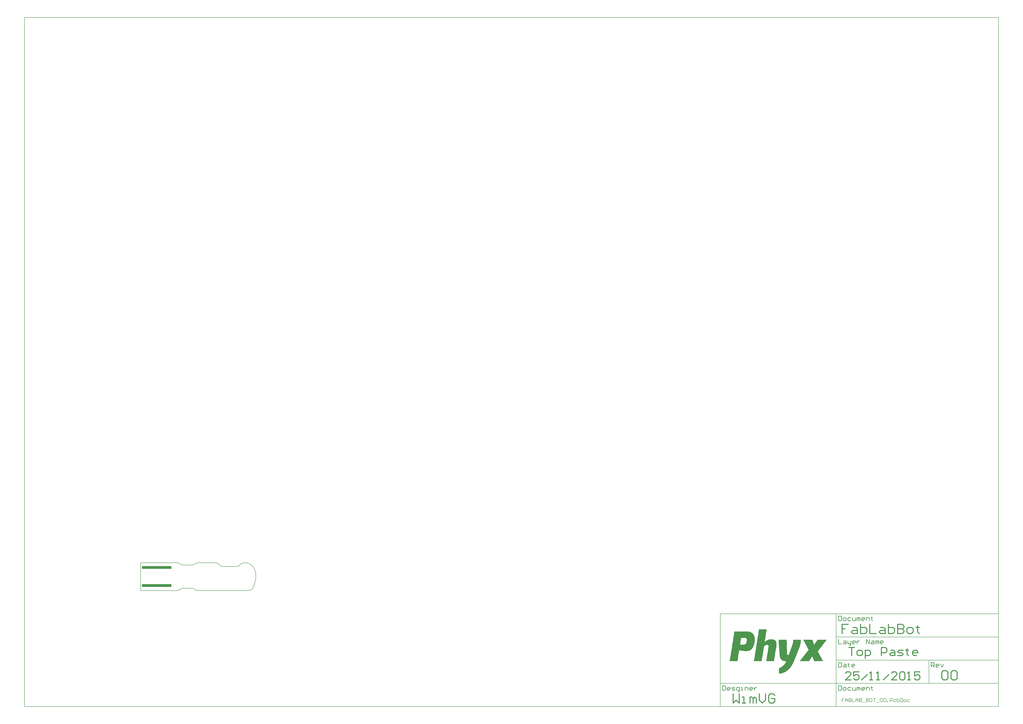
<source format=gtp>
G04 Layer_Color=8421504*
%FSLAX25Y25*%
%MOIN*%
G70*
G01*
G75*
%ADD11R,0.50000X0.05000*%
%ADD12C,0.01575*%
%ADD13C,0.00787*%
%ADD14C,0.00984*%
G36*
X1121080Y-83717D02*
Y-84003D01*
Y-84290D01*
Y-84576D01*
Y-84862D01*
Y-85149D01*
Y-85435D01*
Y-85721D01*
Y-86007D01*
Y-86294D01*
Y-86580D01*
Y-86866D01*
Y-87153D01*
Y-87439D01*
Y-87725D01*
Y-88012D01*
Y-88298D01*
Y-88584D01*
Y-88871D01*
Y-89157D01*
Y-89443D01*
X1120793D01*
Y-89730D01*
Y-90016D01*
Y-90302D01*
Y-90588D01*
Y-90875D01*
X1120507D01*
Y-91161D01*
Y-91448D01*
Y-91734D01*
Y-92020D01*
X1120221D01*
Y-92306D01*
Y-92593D01*
Y-92879D01*
Y-93165D01*
X1119934D01*
Y-93452D01*
Y-93738D01*
Y-94024D01*
X1119648D01*
Y-94311D01*
Y-94597D01*
Y-94883D01*
X1119362D01*
Y-95170D01*
Y-95456D01*
Y-95742D01*
X1119075D01*
Y-96029D01*
Y-96315D01*
Y-96601D01*
X1118789D01*
Y-96887D01*
Y-97174D01*
X1118503D01*
Y-97460D01*
Y-97746D01*
X1118217D01*
Y-98033D01*
Y-98319D01*
Y-98605D01*
X1117930D01*
Y-98892D01*
Y-99178D01*
X1117644D01*
Y-99464D01*
Y-99751D01*
Y-100037D01*
X1117358D01*
Y-100323D01*
Y-100610D01*
X1117071D01*
Y-100896D01*
Y-101182D01*
Y-101468D01*
X1116785D01*
Y-101755D01*
Y-102041D01*
X1116499D01*
Y-102327D01*
Y-102614D01*
Y-102900D01*
X1116212D01*
Y-103186D01*
Y-103473D01*
X1115926D01*
Y-103759D01*
Y-104045D01*
Y-104332D01*
X1115640D01*
Y-104618D01*
Y-104904D01*
X1115353D01*
Y-105191D01*
Y-105477D01*
Y-105763D01*
X1115067D01*
Y-106049D01*
Y-106336D01*
X1114781D01*
Y-106622D01*
Y-106908D01*
Y-107195D01*
X1114494D01*
Y-107481D01*
Y-107767D01*
X1114208D01*
Y-108054D01*
Y-108340D01*
Y-108626D01*
X1113922D01*
Y-108913D01*
Y-109199D01*
X1113636D01*
Y-109485D01*
Y-109772D01*
Y-110058D01*
X1113349D01*
Y-110344D01*
Y-110630D01*
X1113063D01*
Y-110917D01*
Y-111203D01*
Y-111489D01*
X1112776D01*
Y-111776D01*
Y-112062D01*
X1112490D01*
Y-112348D01*
Y-112635D01*
Y-112921D01*
X1112204D01*
Y-113207D01*
Y-113494D01*
X1111918D01*
Y-113780D01*
Y-114066D01*
Y-114353D01*
X1111631D01*
Y-114639D01*
Y-114925D01*
X1111345D01*
Y-115211D01*
Y-115498D01*
Y-115784D01*
X1111059D01*
Y-116070D01*
Y-116357D01*
X1110772D01*
Y-116643D01*
Y-116929D01*
Y-117216D01*
X1110486D01*
Y-117502D01*
Y-117788D01*
X1110200D01*
Y-118075D01*
Y-118361D01*
Y-118647D01*
X1109913D01*
Y-118933D01*
Y-119220D01*
X1109627D01*
Y-119506D01*
Y-119792D01*
Y-120079D01*
X1109341D01*
Y-120365D01*
Y-120651D01*
X1109054D01*
Y-120938D01*
Y-121224D01*
X1108768D01*
Y-121510D01*
Y-121797D01*
X1108482D01*
Y-122083D01*
Y-122369D01*
Y-122656D01*
X1108195D01*
Y-122942D01*
X1107909D01*
Y-123228D01*
Y-123514D01*
Y-123801D01*
X1107623D01*
Y-124087D01*
X1107337D01*
Y-124373D01*
Y-124660D01*
X1107050D01*
Y-124946D01*
Y-125232D01*
X1106764D01*
Y-125519D01*
Y-125805D01*
X1106478D01*
Y-126091D01*
Y-126378D01*
X1106191D01*
Y-126664D01*
X1105905D01*
Y-126950D01*
Y-127237D01*
X1105619D01*
Y-127523D01*
Y-127809D01*
X1105332D01*
Y-128095D01*
X1105046D01*
Y-128382D01*
X1104760D01*
Y-128668D01*
Y-128954D01*
X1104473D01*
Y-129241D01*
X1104187D01*
Y-129527D01*
Y-129813D01*
X1103901D01*
Y-130100D01*
X1103615D01*
Y-130386D01*
X1103328D01*
Y-130672D01*
Y-130959D01*
X1103042D01*
Y-131245D01*
X1102756D01*
Y-131531D01*
X1102469D01*
Y-131818D01*
X1102183D01*
Y-132104D01*
X1101897D01*
Y-132390D01*
Y-132676D01*
X1101610D01*
Y-132963D01*
X1101324D01*
Y-133249D01*
X1101038D01*
Y-133535D01*
X1100751D01*
Y-133822D01*
X1100465D01*
Y-134108D01*
X1100179D01*
Y-134394D01*
X1099892D01*
Y-134681D01*
X1099320D01*
Y-134967D01*
X1099034D01*
Y-135253D01*
X1098747D01*
Y-135540D01*
X1098461D01*
Y-135826D01*
X1098175D01*
Y-136112D01*
X1097602D01*
Y-136399D01*
X1097316D01*
Y-136685D01*
X1096743D01*
Y-136971D01*
X1096457D01*
Y-137258D01*
X1095884D01*
Y-137544D01*
X1095598D01*
Y-137830D01*
X1095025D01*
Y-138117D01*
X1094452D01*
Y-138403D01*
X1093880D01*
Y-138689D01*
X1093307D01*
Y-138975D01*
X1092735D01*
Y-139262D01*
X1091876D01*
Y-139548D01*
X1091303D01*
Y-139834D01*
X1090444D01*
Y-140121D01*
X1089299D01*
Y-140407D01*
X1088154D01*
Y-140693D01*
X1086436D01*
Y-140980D01*
X1084432D01*
Y-141266D01*
X1084145D01*
Y-140980D01*
Y-140693D01*
Y-140407D01*
Y-140121D01*
Y-139834D01*
Y-139548D01*
Y-139262D01*
Y-138975D01*
Y-138689D01*
Y-138403D01*
Y-138117D01*
Y-137830D01*
Y-137544D01*
Y-137258D01*
Y-136971D01*
Y-136685D01*
Y-136399D01*
Y-136112D01*
Y-135826D01*
Y-135540D01*
Y-135253D01*
Y-134967D01*
Y-134681D01*
Y-134394D01*
Y-134108D01*
Y-133822D01*
Y-133535D01*
Y-133249D01*
Y-132963D01*
Y-132676D01*
Y-132390D01*
Y-132104D01*
Y-131818D01*
X1084718D01*
Y-131531D01*
X1085291D01*
Y-131245D01*
X1085863D01*
Y-130959D01*
X1086436D01*
Y-130672D01*
X1087008D01*
Y-130386D01*
X1087581D01*
Y-130100D01*
X1087867D01*
Y-129813D01*
X1088440D01*
Y-129527D01*
X1088726D01*
Y-129241D01*
X1089299D01*
Y-128954D01*
X1089585D01*
Y-128668D01*
X1089872D01*
Y-128382D01*
X1090444D01*
Y-128095D01*
X1090730D01*
Y-127809D01*
X1091017D01*
Y-127523D01*
X1091303D01*
Y-127237D01*
X1091589D01*
Y-126950D01*
X1091876D01*
Y-126664D01*
X1092162D01*
Y-126378D01*
X1092448D01*
Y-126091D01*
X1092735D01*
Y-125805D01*
X1093021D01*
Y-125519D01*
X1093307D01*
Y-125232D01*
X1093594D01*
Y-124946D01*
Y-124660D01*
X1093880D01*
Y-124373D01*
X1094166D01*
Y-124087D01*
X1094452D01*
Y-123801D01*
Y-123514D01*
X1094739D01*
Y-123228D01*
X1095025D01*
Y-122942D01*
Y-122656D01*
X1095311D01*
Y-122369D01*
Y-122083D01*
X1095598D01*
Y-121797D01*
X1095884D01*
Y-121510D01*
Y-121224D01*
X1096170D01*
Y-120938D01*
Y-120651D01*
X1096457D01*
Y-120365D01*
Y-120079D01*
X1094739D01*
Y-119792D01*
X1092735D01*
Y-119506D01*
X1091589D01*
Y-119220D01*
X1091017D01*
Y-118933D01*
X1090158D01*
Y-118647D01*
X1089585D01*
Y-118361D01*
X1089299D01*
Y-118075D01*
X1088726D01*
Y-117788D01*
X1088440D01*
Y-117502D01*
X1088154D01*
Y-117216D01*
X1087867D01*
Y-116929D01*
X1087581D01*
Y-116643D01*
X1087295D01*
Y-116357D01*
Y-116070D01*
X1087008D01*
Y-115784D01*
X1086722D01*
Y-115498D01*
Y-115211D01*
X1086436D01*
Y-114925D01*
Y-114639D01*
X1086149D01*
Y-114353D01*
Y-114066D01*
X1085863D01*
Y-113780D01*
Y-113494D01*
Y-113207D01*
X1085577D01*
Y-112921D01*
Y-112635D01*
Y-112348D01*
Y-112062D01*
X1085291D01*
Y-111776D01*
Y-111489D01*
Y-111203D01*
Y-110917D01*
Y-110630D01*
Y-110344D01*
Y-110058D01*
X1085004D01*
Y-109772D01*
Y-109485D01*
Y-109199D01*
Y-108913D01*
Y-108626D01*
Y-108340D01*
Y-108054D01*
Y-107767D01*
Y-107481D01*
Y-107195D01*
Y-106908D01*
Y-106622D01*
Y-106336D01*
Y-106049D01*
Y-105763D01*
X1084718D01*
Y-105477D01*
Y-105191D01*
Y-104904D01*
Y-104618D01*
Y-104332D01*
Y-104045D01*
Y-103759D01*
Y-103473D01*
Y-103186D01*
Y-102900D01*
Y-102614D01*
Y-102327D01*
Y-102041D01*
Y-101755D01*
Y-101468D01*
X1084432D01*
Y-101182D01*
Y-100896D01*
Y-100610D01*
Y-100323D01*
Y-100037D01*
Y-99751D01*
Y-99464D01*
Y-99178D01*
Y-98892D01*
Y-98605D01*
Y-98319D01*
Y-98033D01*
Y-97746D01*
Y-97460D01*
Y-97174D01*
Y-96887D01*
X1084145D01*
Y-96601D01*
Y-96315D01*
Y-96029D01*
Y-95742D01*
Y-95456D01*
Y-95170D01*
Y-94883D01*
Y-94597D01*
Y-94311D01*
Y-94024D01*
Y-93738D01*
Y-93452D01*
Y-93165D01*
Y-92879D01*
Y-92593D01*
Y-92306D01*
X1083859D01*
Y-92020D01*
Y-91734D01*
Y-91448D01*
Y-91161D01*
Y-90875D01*
Y-90588D01*
Y-90302D01*
Y-90016D01*
Y-89730D01*
Y-89443D01*
Y-89157D01*
Y-88871D01*
Y-88584D01*
Y-88298D01*
X1083573D01*
Y-88012D01*
Y-87725D01*
Y-87439D01*
Y-87153D01*
Y-86866D01*
Y-86580D01*
Y-86294D01*
Y-86007D01*
Y-85721D01*
Y-85435D01*
Y-85149D01*
Y-84862D01*
Y-84576D01*
Y-84290D01*
Y-84003D01*
Y-83717D01*
X1083286D01*
Y-83431D01*
X1097029D01*
Y-83717D01*
Y-84003D01*
Y-84290D01*
Y-84576D01*
Y-84862D01*
Y-85149D01*
Y-85435D01*
Y-85721D01*
Y-86007D01*
Y-86294D01*
Y-86580D01*
Y-86866D01*
Y-87153D01*
Y-87439D01*
X1097316D01*
Y-87725D01*
Y-88012D01*
Y-88298D01*
Y-88584D01*
Y-88871D01*
Y-89157D01*
Y-89443D01*
Y-89730D01*
Y-90016D01*
Y-90302D01*
Y-90588D01*
Y-90875D01*
Y-91161D01*
Y-91448D01*
Y-91734D01*
Y-92020D01*
Y-92306D01*
Y-92593D01*
Y-92879D01*
Y-93165D01*
Y-93452D01*
Y-93738D01*
Y-94024D01*
Y-94311D01*
Y-94597D01*
Y-94883D01*
Y-95170D01*
Y-95456D01*
Y-95742D01*
Y-96029D01*
Y-96315D01*
Y-96601D01*
Y-96887D01*
Y-97174D01*
Y-97460D01*
Y-97746D01*
Y-98033D01*
Y-98319D01*
Y-98605D01*
Y-98892D01*
Y-99178D01*
X1097602D01*
Y-99464D01*
X1097316D01*
Y-99751D01*
Y-100037D01*
X1097602D01*
Y-100323D01*
Y-100610D01*
Y-100896D01*
Y-101182D01*
Y-101468D01*
Y-101755D01*
Y-102041D01*
Y-102327D01*
Y-102614D01*
Y-102900D01*
Y-103186D01*
Y-103473D01*
Y-103759D01*
Y-104045D01*
Y-104332D01*
Y-104618D01*
Y-104904D01*
Y-105191D01*
Y-105477D01*
Y-105763D01*
Y-106049D01*
Y-106336D01*
Y-106622D01*
Y-106908D01*
Y-107195D01*
Y-107481D01*
X1097888D01*
Y-107767D01*
Y-108054D01*
Y-108340D01*
X1098175D01*
Y-108626D01*
X1098461D01*
Y-108913D01*
X1098747D01*
Y-109199D01*
X1099606D01*
Y-109485D01*
X1100465D01*
Y-109199D01*
X1100751D01*
Y-108913D01*
Y-108626D01*
Y-108340D01*
X1101038D01*
Y-108054D01*
Y-107767D01*
X1101324D01*
Y-107481D01*
Y-107195D01*
Y-106908D01*
X1101610D01*
Y-106622D01*
Y-106336D01*
Y-106049D01*
X1101897D01*
Y-105763D01*
Y-105477D01*
Y-105191D01*
X1102183D01*
Y-104904D01*
Y-104618D01*
Y-104332D01*
X1102469D01*
Y-104045D01*
Y-103759D01*
X1102756D01*
Y-103473D01*
Y-103186D01*
Y-102900D01*
X1103042D01*
Y-102614D01*
Y-102327D01*
Y-102041D01*
X1103328D01*
Y-101755D01*
Y-101468D01*
Y-101182D01*
X1103615D01*
Y-100896D01*
Y-100610D01*
X1103901D01*
Y-100323D01*
Y-100037D01*
Y-99751D01*
X1104187D01*
Y-99464D01*
Y-99178D01*
Y-98892D01*
X1104473D01*
Y-98605D01*
Y-98319D01*
Y-98033D01*
X1104760D01*
Y-97746D01*
Y-97460D01*
X1105046D01*
Y-97174D01*
Y-96887D01*
Y-96601D01*
X1105332D01*
Y-96315D01*
Y-96029D01*
Y-95742D01*
X1105619D01*
Y-95456D01*
Y-95170D01*
Y-94883D01*
X1105905D01*
Y-94597D01*
Y-94311D01*
X1106191D01*
Y-94024D01*
Y-93738D01*
Y-93452D01*
X1106478D01*
Y-93165D01*
Y-92879D01*
Y-92593D01*
X1106764D01*
Y-92306D01*
Y-92020D01*
Y-91734D01*
X1107050D01*
Y-91448D01*
Y-91161D01*
Y-90875D01*
Y-90588D01*
X1107337D01*
Y-90302D01*
Y-90016D01*
Y-89730D01*
Y-89443D01*
X1107623D01*
Y-89157D01*
Y-88871D01*
Y-88584D01*
Y-88298D01*
Y-88012D01*
X1107909D01*
Y-87725D01*
Y-87439D01*
Y-87153D01*
Y-86866D01*
Y-86580D01*
Y-86294D01*
X1108195D01*
Y-86007D01*
Y-85721D01*
Y-85435D01*
Y-85149D01*
Y-84862D01*
Y-84576D01*
Y-84290D01*
Y-84003D01*
Y-83717D01*
Y-83431D01*
X1121080D01*
Y-83717D01*
D02*
G37*
G36*
X1063244Y-66252D02*
Y-66538D01*
X1062958D01*
Y-66825D01*
Y-67111D01*
Y-67397D01*
Y-67684D01*
Y-67970D01*
Y-68256D01*
X1062672D01*
Y-68542D01*
Y-68829D01*
Y-69115D01*
Y-69401D01*
Y-69688D01*
Y-69974D01*
X1062385D01*
Y-70260D01*
Y-70547D01*
Y-70833D01*
Y-71119D01*
Y-71406D01*
Y-71692D01*
Y-71978D01*
X1062099D01*
Y-72264D01*
Y-72551D01*
Y-72837D01*
Y-73123D01*
Y-73410D01*
Y-73696D01*
X1061813D01*
Y-73982D01*
Y-74269D01*
Y-74555D01*
Y-74841D01*
Y-75128D01*
Y-75414D01*
X1061526D01*
Y-75700D01*
Y-75987D01*
Y-76273D01*
Y-76559D01*
Y-76846D01*
Y-77132D01*
Y-77418D01*
X1061240D01*
Y-77704D01*
Y-77991D01*
Y-78277D01*
Y-78563D01*
Y-78850D01*
Y-79136D01*
X1060954D01*
Y-79422D01*
Y-79709D01*
Y-79995D01*
Y-80281D01*
Y-80568D01*
Y-80854D01*
X1060668D01*
Y-81140D01*
Y-81427D01*
Y-81713D01*
Y-81999D01*
Y-82285D01*
Y-82572D01*
X1060381D01*
Y-82858D01*
Y-83144D01*
Y-83431D01*
Y-83717D01*
Y-84003D01*
Y-84290D01*
Y-84576D01*
X1060095D01*
Y-84862D01*
Y-85149D01*
Y-85435D01*
Y-85721D01*
Y-86007D01*
Y-86294D01*
X1059809D01*
Y-86580D01*
Y-86866D01*
X1060381D01*
Y-86580D01*
X1060668D01*
Y-86294D01*
X1060954D01*
Y-86007D01*
X1061526D01*
Y-85721D01*
X1061813D01*
Y-85435D01*
X1062099D01*
Y-85149D01*
X1062672D01*
Y-84862D01*
X1063244D01*
Y-84576D01*
X1063531D01*
Y-84290D01*
X1064103D01*
Y-84003D01*
X1064962D01*
Y-83717D01*
X1065535D01*
Y-83431D01*
X1066394D01*
Y-83144D01*
X1067825D01*
Y-82858D01*
X1074124D01*
Y-83144D01*
X1075270D01*
Y-83431D01*
X1076128D01*
Y-83717D01*
X1076701D01*
Y-84003D01*
X1076987D01*
Y-84290D01*
X1077560D01*
Y-84576D01*
X1077846D01*
Y-84862D01*
X1078133D01*
Y-85149D01*
X1078419D01*
Y-85435D01*
X1078705D01*
Y-85721D01*
Y-86007D01*
X1078992D01*
Y-86294D01*
Y-86580D01*
X1079278D01*
Y-86866D01*
Y-87153D01*
Y-87439D01*
X1079564D01*
Y-87725D01*
Y-88012D01*
Y-88298D01*
Y-88584D01*
X1079850D01*
Y-88871D01*
Y-89157D01*
Y-89443D01*
Y-89730D01*
Y-90016D01*
Y-90302D01*
Y-90588D01*
Y-90875D01*
Y-91161D01*
Y-91448D01*
Y-91734D01*
Y-92020D01*
Y-92306D01*
Y-92593D01*
Y-92879D01*
Y-93165D01*
Y-93452D01*
Y-93738D01*
X1079564D01*
Y-94024D01*
Y-94311D01*
Y-94597D01*
Y-94883D01*
Y-95170D01*
Y-95456D01*
Y-95742D01*
X1079278D01*
Y-96029D01*
Y-96315D01*
Y-96601D01*
Y-96887D01*
Y-97174D01*
Y-97460D01*
Y-97746D01*
X1078992D01*
Y-98033D01*
Y-98319D01*
Y-98605D01*
Y-98892D01*
Y-99178D01*
Y-99464D01*
X1078705D01*
Y-99751D01*
Y-100037D01*
Y-100323D01*
Y-100610D01*
Y-100896D01*
Y-101182D01*
X1078419D01*
Y-101468D01*
Y-101755D01*
Y-102041D01*
Y-102327D01*
Y-102614D01*
Y-102900D01*
X1078133D01*
Y-103186D01*
Y-103473D01*
Y-103759D01*
Y-104045D01*
Y-104332D01*
Y-104618D01*
Y-104904D01*
X1077846D01*
Y-105191D01*
Y-105477D01*
Y-105763D01*
Y-106049D01*
Y-106336D01*
Y-106622D01*
X1077560D01*
Y-106908D01*
Y-107195D01*
Y-107481D01*
Y-107767D01*
Y-108054D01*
Y-108340D01*
X1077274D01*
Y-108626D01*
Y-108913D01*
Y-109199D01*
Y-109485D01*
Y-109772D01*
Y-110058D01*
Y-110344D01*
X1076987D01*
Y-110630D01*
Y-110917D01*
Y-111203D01*
Y-111489D01*
Y-111776D01*
Y-112062D01*
X1076701D01*
Y-112348D01*
Y-112635D01*
Y-112921D01*
Y-113207D01*
Y-113494D01*
Y-113780D01*
X1076415D01*
Y-114066D01*
Y-114353D01*
Y-114639D01*
Y-114925D01*
Y-115211D01*
Y-115498D01*
X1076128D01*
Y-115784D01*
Y-116070D01*
Y-116357D01*
Y-116643D01*
Y-116929D01*
Y-117216D01*
Y-117502D01*
X1075842D01*
Y-117788D01*
Y-118075D01*
Y-118361D01*
Y-118647D01*
Y-118933D01*
Y-119220D01*
X1075556D01*
Y-119506D01*
Y-119792D01*
X1062385D01*
Y-119506D01*
Y-119220D01*
X1062672D01*
Y-118933D01*
Y-118647D01*
Y-118361D01*
Y-118075D01*
Y-117788D01*
Y-117502D01*
X1062958D01*
Y-117216D01*
Y-116929D01*
Y-116643D01*
Y-116357D01*
Y-116070D01*
Y-115784D01*
Y-115498D01*
X1063244D01*
Y-115211D01*
Y-114925D01*
Y-114639D01*
Y-114353D01*
Y-114066D01*
Y-113780D01*
X1063531D01*
Y-113494D01*
Y-113207D01*
Y-112921D01*
Y-112635D01*
Y-112348D01*
Y-112062D01*
X1063817D01*
Y-111776D01*
Y-111489D01*
Y-111203D01*
Y-110917D01*
Y-110630D01*
Y-110344D01*
Y-110058D01*
X1064103D01*
Y-109772D01*
Y-109485D01*
Y-109199D01*
Y-108913D01*
Y-108626D01*
Y-108340D01*
X1064390D01*
Y-108054D01*
Y-107767D01*
Y-107481D01*
Y-107195D01*
Y-106908D01*
Y-106622D01*
Y-106336D01*
X1064676D01*
Y-106049D01*
Y-105763D01*
Y-105477D01*
Y-105191D01*
Y-104904D01*
Y-104618D01*
X1064962D01*
Y-104332D01*
Y-104045D01*
Y-103759D01*
Y-103473D01*
Y-103186D01*
Y-102900D01*
X1065249D01*
Y-102614D01*
Y-102327D01*
Y-102041D01*
Y-101755D01*
Y-101468D01*
Y-101182D01*
X1065535D01*
Y-100896D01*
Y-100610D01*
Y-100323D01*
Y-100037D01*
Y-99751D01*
Y-99464D01*
Y-99178D01*
X1065821D01*
Y-98892D01*
Y-98605D01*
Y-98319D01*
Y-98033D01*
Y-97746D01*
Y-97460D01*
X1066107D01*
Y-97174D01*
Y-96887D01*
Y-96601D01*
Y-96315D01*
Y-96029D01*
Y-95742D01*
Y-95456D01*
X1066394D01*
Y-95170D01*
Y-94883D01*
Y-94597D01*
Y-94311D01*
Y-94024D01*
Y-93738D01*
X1066107D01*
Y-93452D01*
Y-93165D01*
X1065821D01*
Y-92879D01*
X1065535D01*
Y-92593D01*
X1064962D01*
Y-92306D01*
X1063244D01*
Y-92593D01*
X1061813D01*
Y-92879D01*
X1060954D01*
Y-93165D01*
X1060381D01*
Y-93452D01*
X1060095D01*
Y-93738D01*
X1059522D01*
Y-94024D01*
X1059236D01*
Y-94311D01*
X1058950D01*
Y-94597D01*
Y-94883D01*
X1058663D01*
Y-95170D01*
Y-95456D01*
Y-95742D01*
X1058377D01*
Y-96029D01*
Y-96315D01*
Y-96601D01*
Y-96887D01*
Y-97174D01*
Y-97460D01*
X1058091D01*
Y-97746D01*
Y-98033D01*
Y-98319D01*
Y-98605D01*
Y-98892D01*
Y-99178D01*
Y-99464D01*
X1057804D01*
Y-99751D01*
Y-100037D01*
Y-100323D01*
Y-100610D01*
Y-100896D01*
Y-101182D01*
X1057518D01*
Y-101468D01*
Y-101755D01*
Y-102041D01*
Y-102327D01*
Y-102614D01*
Y-102900D01*
X1057232D01*
Y-103186D01*
Y-103473D01*
Y-103759D01*
Y-104045D01*
Y-104332D01*
Y-104618D01*
X1056946D01*
Y-104904D01*
Y-105191D01*
Y-105477D01*
Y-105763D01*
Y-106049D01*
Y-106336D01*
Y-106622D01*
X1056659D01*
Y-106908D01*
Y-107195D01*
Y-107481D01*
Y-107767D01*
Y-108054D01*
Y-108340D01*
X1056373D01*
Y-108626D01*
Y-108913D01*
Y-109199D01*
Y-109485D01*
Y-109772D01*
Y-110058D01*
X1056087D01*
Y-110344D01*
Y-110630D01*
Y-110917D01*
Y-111203D01*
Y-111489D01*
Y-111776D01*
Y-112062D01*
X1055800D01*
Y-112348D01*
Y-112635D01*
Y-112921D01*
Y-113207D01*
Y-113494D01*
Y-113780D01*
X1055514D01*
Y-114066D01*
Y-114353D01*
Y-114639D01*
Y-114925D01*
Y-115211D01*
Y-115498D01*
X1055228D01*
Y-115784D01*
Y-116070D01*
Y-116357D01*
Y-116643D01*
Y-116929D01*
Y-117216D01*
X1054941D01*
Y-117502D01*
Y-117788D01*
Y-118075D01*
Y-118361D01*
Y-118647D01*
Y-118933D01*
Y-119220D01*
X1054655D01*
Y-119506D01*
Y-119792D01*
X1041485D01*
Y-119506D01*
Y-119220D01*
X1041771D01*
Y-118933D01*
Y-118647D01*
Y-118361D01*
Y-118075D01*
Y-117788D01*
Y-117502D01*
Y-117216D01*
X1042057D01*
Y-116929D01*
Y-116643D01*
Y-116357D01*
Y-116070D01*
Y-115784D01*
Y-115498D01*
X1042344D01*
Y-115211D01*
Y-114925D01*
Y-114639D01*
Y-114353D01*
Y-114066D01*
Y-113780D01*
X1042630D01*
Y-113494D01*
Y-113207D01*
Y-112921D01*
Y-112635D01*
Y-112348D01*
Y-112062D01*
Y-111776D01*
X1042916D01*
Y-111489D01*
Y-111203D01*
Y-110917D01*
Y-110630D01*
Y-110344D01*
Y-110058D01*
X1043202D01*
Y-109772D01*
Y-109485D01*
Y-109199D01*
Y-108913D01*
Y-108626D01*
Y-108340D01*
X1043489D01*
Y-108054D01*
Y-107767D01*
Y-107481D01*
Y-107195D01*
Y-106908D01*
Y-106622D01*
X1043775D01*
Y-106336D01*
Y-106049D01*
Y-105763D01*
Y-105477D01*
Y-105191D01*
Y-104904D01*
Y-104618D01*
X1044061D01*
Y-104332D01*
Y-104045D01*
Y-103759D01*
Y-103473D01*
Y-103186D01*
Y-102900D01*
X1044348D01*
Y-102614D01*
Y-102327D01*
Y-102041D01*
Y-101755D01*
Y-101468D01*
Y-101182D01*
X1044634D01*
Y-100896D01*
Y-100610D01*
Y-100323D01*
Y-100037D01*
Y-99751D01*
Y-99464D01*
Y-99178D01*
X1044920D01*
Y-98892D01*
Y-98605D01*
Y-98319D01*
Y-98033D01*
Y-97746D01*
Y-97460D01*
X1045207D01*
Y-97174D01*
Y-96887D01*
Y-96601D01*
Y-96315D01*
Y-96029D01*
Y-95742D01*
X1045493D01*
Y-95456D01*
Y-95170D01*
Y-94883D01*
Y-94597D01*
Y-94311D01*
Y-94024D01*
X1045779D01*
Y-93738D01*
Y-93452D01*
Y-93165D01*
Y-92879D01*
Y-92593D01*
Y-92306D01*
Y-92020D01*
X1046066D01*
Y-91734D01*
Y-91448D01*
Y-91161D01*
Y-90875D01*
Y-90588D01*
Y-90302D01*
X1046352D01*
Y-90016D01*
Y-89730D01*
Y-89443D01*
Y-89157D01*
Y-88871D01*
Y-88584D01*
X1046638D01*
Y-88298D01*
Y-88012D01*
Y-87725D01*
Y-87439D01*
Y-87153D01*
Y-86866D01*
X1046925D01*
Y-86580D01*
Y-86294D01*
Y-86007D01*
Y-85721D01*
Y-85435D01*
Y-85149D01*
Y-84862D01*
X1047211D01*
Y-84576D01*
Y-84290D01*
Y-84003D01*
Y-83717D01*
Y-83431D01*
Y-83144D01*
X1047497D01*
Y-82858D01*
Y-82572D01*
Y-82285D01*
Y-81999D01*
Y-81713D01*
Y-81427D01*
X1047783D01*
Y-81140D01*
Y-80854D01*
Y-80568D01*
Y-80281D01*
Y-79995D01*
Y-79709D01*
Y-79422D01*
X1048070D01*
Y-79136D01*
Y-78850D01*
Y-78563D01*
Y-78277D01*
Y-77991D01*
Y-77704D01*
X1048356D01*
Y-77418D01*
Y-77132D01*
Y-76846D01*
Y-76559D01*
Y-76273D01*
Y-75987D01*
X1048642D01*
Y-75700D01*
Y-75414D01*
Y-75128D01*
Y-74841D01*
Y-74555D01*
Y-74269D01*
X1048929D01*
Y-73982D01*
Y-73696D01*
Y-73410D01*
Y-73123D01*
Y-72837D01*
Y-72551D01*
Y-72264D01*
X1049215D01*
Y-71978D01*
Y-71692D01*
Y-71406D01*
Y-71119D01*
Y-70833D01*
Y-70547D01*
X1049501D01*
Y-70260D01*
Y-69974D01*
Y-69688D01*
Y-69401D01*
Y-69115D01*
Y-68829D01*
X1049788D01*
Y-68542D01*
Y-68256D01*
Y-67970D01*
Y-67684D01*
Y-67397D01*
Y-67111D01*
Y-66825D01*
X1050074D01*
Y-66538D01*
Y-66252D01*
Y-65966D01*
X1063244D01*
Y-66252D01*
D02*
G37*
G36*
X1032036Y-69688D02*
X1033754D01*
Y-69974D01*
X1034613D01*
Y-70260D01*
X1035472D01*
Y-70547D01*
X1036331D01*
Y-70833D01*
X1036904D01*
Y-71119D01*
X1037190D01*
Y-71406D01*
X1037763D01*
Y-71692D01*
X1038049D01*
Y-71978D01*
X1038622D01*
Y-72264D01*
X1038908D01*
Y-72551D01*
X1039194D01*
Y-72837D01*
X1039480D01*
Y-73123D01*
X1039767D01*
Y-73410D01*
X1040053D01*
Y-73696D01*
X1040339D01*
Y-73982D01*
Y-74269D01*
X1040626D01*
Y-74555D01*
X1040912D01*
Y-74841D01*
Y-75128D01*
X1041198D01*
Y-75414D01*
X1041485D01*
Y-75700D01*
Y-75987D01*
X1041771D01*
Y-76273D01*
Y-76559D01*
Y-76846D01*
X1042057D01*
Y-77132D01*
Y-77418D01*
Y-77704D01*
X1042344D01*
Y-77991D01*
Y-78277D01*
Y-78563D01*
Y-78850D01*
X1042630D01*
Y-79136D01*
Y-79422D01*
Y-79709D01*
Y-79995D01*
Y-80281D01*
X1042916D01*
Y-80568D01*
Y-80854D01*
Y-81140D01*
Y-81427D01*
Y-81713D01*
Y-81999D01*
Y-82285D01*
Y-82572D01*
Y-82858D01*
Y-83144D01*
Y-83431D01*
Y-83717D01*
Y-84003D01*
Y-84290D01*
Y-84576D01*
Y-84862D01*
Y-85149D01*
Y-85435D01*
Y-85721D01*
Y-86007D01*
X1042630D01*
Y-86294D01*
Y-86580D01*
Y-86866D01*
Y-87153D01*
Y-87439D01*
Y-87725D01*
Y-88012D01*
X1042344D01*
Y-88298D01*
Y-88584D01*
Y-88871D01*
Y-89157D01*
Y-89443D01*
X1042057D01*
Y-89730D01*
Y-90016D01*
Y-90302D01*
Y-90588D01*
Y-90875D01*
X1041771D01*
Y-91161D01*
Y-91448D01*
Y-91734D01*
X1041485D01*
Y-92020D01*
Y-92306D01*
Y-92593D01*
Y-92879D01*
X1041198D01*
Y-93165D01*
Y-93452D01*
Y-93738D01*
X1040912D01*
Y-94024D01*
Y-94311D01*
X1040626D01*
Y-94597D01*
Y-94883D01*
Y-95170D01*
X1040339D01*
Y-95456D01*
Y-95742D01*
X1040053D01*
Y-96029D01*
Y-96315D01*
X1039767D01*
Y-96601D01*
Y-96887D01*
X1039480D01*
Y-97174D01*
X1039194D01*
Y-97460D01*
Y-97746D01*
X1038908D01*
Y-98033D01*
X1038622D01*
Y-98319D01*
X1038335D01*
Y-98605D01*
Y-98892D01*
X1038049D01*
Y-99178D01*
X1037763D01*
Y-99464D01*
X1037476D01*
Y-99751D01*
X1037190D01*
Y-100037D01*
X1036904D01*
Y-100323D01*
X1036331D01*
Y-100610D01*
X1036045D01*
Y-100896D01*
X1035472D01*
Y-101182D01*
X1035186D01*
Y-101468D01*
X1034613D01*
Y-101755D01*
X1033754D01*
Y-102041D01*
X1032895D01*
Y-102327D01*
X1032036D01*
Y-102614D01*
X1030318D01*
Y-102900D01*
X1025165D01*
Y-102614D01*
X1022588D01*
Y-102327D01*
X1020584D01*
Y-102041D01*
X1019152D01*
Y-101755D01*
X1017721D01*
Y-101468D01*
X1016289D01*
Y-101755D01*
Y-102041D01*
Y-102327D01*
Y-102614D01*
Y-102900D01*
Y-103186D01*
Y-103473D01*
X1016003D01*
Y-103759D01*
Y-104045D01*
Y-104332D01*
Y-104618D01*
Y-104904D01*
Y-105191D01*
X1015716D01*
Y-105477D01*
Y-105763D01*
Y-106049D01*
Y-106336D01*
Y-106622D01*
Y-106908D01*
X1015430D01*
Y-107195D01*
Y-107481D01*
Y-107767D01*
Y-108054D01*
Y-108340D01*
Y-108626D01*
Y-108913D01*
X1015144D01*
Y-109199D01*
Y-109485D01*
Y-109772D01*
Y-110058D01*
Y-110344D01*
Y-110630D01*
X1014857D01*
Y-110917D01*
Y-111203D01*
Y-111489D01*
Y-111776D01*
Y-112062D01*
Y-112348D01*
X1014571D01*
Y-112635D01*
Y-112921D01*
Y-113207D01*
Y-113494D01*
Y-113780D01*
Y-114066D01*
Y-114353D01*
X1014285D01*
Y-114639D01*
Y-114925D01*
Y-115211D01*
Y-115498D01*
Y-115784D01*
Y-116070D01*
X1013999D01*
Y-116357D01*
Y-116643D01*
Y-116929D01*
Y-117216D01*
Y-117502D01*
Y-117788D01*
X1013712D01*
Y-118075D01*
Y-118361D01*
Y-118647D01*
Y-118933D01*
Y-119220D01*
Y-119506D01*
Y-119792D01*
X1000256D01*
Y-119506D01*
X1000542D01*
Y-119220D01*
Y-118933D01*
Y-118647D01*
Y-118361D01*
Y-118075D01*
X1000828D01*
Y-117788D01*
Y-117502D01*
Y-117216D01*
Y-116929D01*
Y-116643D01*
Y-116357D01*
Y-116070D01*
X1001114D01*
Y-115784D01*
Y-115498D01*
Y-115211D01*
Y-114925D01*
Y-114639D01*
Y-114353D01*
X1001401D01*
Y-114066D01*
Y-113780D01*
Y-113494D01*
Y-113207D01*
Y-112921D01*
Y-112635D01*
X1001687D01*
Y-112348D01*
Y-112062D01*
Y-111776D01*
Y-111489D01*
Y-111203D01*
Y-110917D01*
Y-110630D01*
X1001974D01*
Y-110344D01*
Y-110058D01*
Y-109772D01*
Y-109485D01*
Y-109199D01*
Y-108913D01*
X1002260D01*
Y-108626D01*
Y-108340D01*
Y-108054D01*
Y-107767D01*
Y-107481D01*
Y-107195D01*
X1002546D01*
Y-106908D01*
Y-106622D01*
Y-106336D01*
Y-106049D01*
Y-105763D01*
Y-105477D01*
X1002832D01*
Y-105191D01*
Y-104904D01*
Y-104618D01*
Y-104332D01*
Y-104045D01*
Y-103759D01*
Y-103473D01*
X1003119D01*
Y-103186D01*
Y-102900D01*
Y-102614D01*
Y-102327D01*
Y-102041D01*
Y-101755D01*
X1003405D01*
Y-101468D01*
Y-101182D01*
Y-100896D01*
Y-100610D01*
Y-100323D01*
Y-100037D01*
X1003691D01*
Y-99751D01*
Y-99464D01*
Y-99178D01*
Y-98892D01*
Y-98605D01*
Y-98319D01*
X1003978D01*
Y-98033D01*
Y-97746D01*
Y-97460D01*
Y-97174D01*
Y-96887D01*
Y-96601D01*
Y-96315D01*
X1004264D01*
Y-96029D01*
Y-95742D01*
Y-95456D01*
Y-95170D01*
Y-94883D01*
Y-94597D01*
X1004550D01*
Y-94311D01*
Y-94024D01*
Y-93738D01*
Y-93452D01*
Y-93165D01*
Y-92879D01*
X1004837D01*
Y-92593D01*
Y-92306D01*
Y-92020D01*
Y-91734D01*
Y-91448D01*
Y-91161D01*
Y-90875D01*
X1005123D01*
Y-90588D01*
Y-90302D01*
Y-90016D01*
Y-89730D01*
Y-89443D01*
Y-89157D01*
X1005409D01*
Y-88871D01*
Y-88584D01*
Y-88298D01*
Y-88012D01*
Y-87725D01*
Y-87439D01*
X1005696D01*
Y-87153D01*
Y-86866D01*
Y-86580D01*
Y-86294D01*
Y-86007D01*
Y-85721D01*
X1005982D01*
Y-85435D01*
Y-85149D01*
Y-84862D01*
Y-84576D01*
Y-84290D01*
Y-84003D01*
Y-83717D01*
X1006268D01*
Y-83431D01*
Y-83144D01*
Y-82858D01*
Y-82572D01*
Y-82285D01*
Y-81999D01*
X1006555D01*
Y-81713D01*
Y-81427D01*
Y-81140D01*
Y-80854D01*
Y-80568D01*
Y-80281D01*
X1006841D01*
Y-79995D01*
Y-79709D01*
Y-79422D01*
Y-79136D01*
Y-78850D01*
Y-78563D01*
Y-78277D01*
X1007127D01*
Y-77991D01*
Y-77704D01*
Y-77418D01*
Y-77132D01*
Y-76846D01*
Y-76559D01*
X1007413D01*
Y-76273D01*
Y-75987D01*
Y-75700D01*
Y-75414D01*
Y-75128D01*
Y-74841D01*
X1007700D01*
Y-74555D01*
Y-74269D01*
Y-73982D01*
Y-73696D01*
Y-73410D01*
Y-73123D01*
Y-72837D01*
X1007986D01*
Y-72551D01*
Y-72264D01*
Y-71978D01*
Y-71692D01*
Y-71406D01*
Y-71119D01*
X1008272D01*
Y-70833D01*
Y-70547D01*
Y-70260D01*
Y-69974D01*
Y-69688D01*
Y-69401D01*
X1032036D01*
Y-69688D01*
D02*
G37*
G36*
X1165172Y-83717D02*
X1164886D01*
Y-84003D01*
X1164599D01*
Y-84290D01*
Y-84576D01*
X1164313D01*
Y-84862D01*
X1164027D01*
Y-85149D01*
X1163740D01*
Y-85435D01*
Y-85721D01*
X1163454D01*
Y-86007D01*
X1163168D01*
Y-86294D01*
X1162881D01*
Y-86580D01*
X1162595D01*
Y-86866D01*
Y-87153D01*
X1162309D01*
Y-87439D01*
X1162022D01*
Y-87725D01*
X1161736D01*
Y-88012D01*
Y-88298D01*
X1161450D01*
Y-88584D01*
X1161163D01*
Y-88871D01*
X1160877D01*
Y-89157D01*
X1160591D01*
Y-89443D01*
Y-89730D01*
X1160305D01*
Y-90016D01*
X1160018D01*
Y-90302D01*
X1159732D01*
Y-90588D01*
Y-90875D01*
X1159445D01*
Y-91161D01*
X1159159D01*
Y-91448D01*
X1158873D01*
Y-91734D01*
Y-92020D01*
X1158587D01*
Y-92306D01*
X1158300D01*
Y-92593D01*
X1158014D01*
Y-92879D01*
X1157728D01*
Y-93165D01*
Y-93452D01*
X1157441D01*
Y-93738D01*
X1157155D01*
Y-94024D01*
X1156869D01*
Y-94311D01*
Y-94597D01*
X1156582D01*
Y-94883D01*
X1156296D01*
Y-95170D01*
X1156010D01*
Y-95456D01*
Y-95742D01*
X1155723D01*
Y-96029D01*
X1155437D01*
Y-96315D01*
X1155151D01*
Y-96601D01*
X1154865D01*
Y-96887D01*
Y-97174D01*
X1154578D01*
Y-97460D01*
X1154292D01*
Y-97746D01*
X1154006D01*
Y-98033D01*
Y-98319D01*
X1153719D01*
Y-98605D01*
X1153433D01*
Y-98892D01*
X1153147D01*
Y-99178D01*
Y-99464D01*
X1152860D01*
Y-99751D01*
X1152574D01*
Y-100037D01*
X1152288D01*
Y-100323D01*
X1152001D01*
Y-100610D01*
Y-100896D01*
X1151715D01*
Y-101182D01*
X1151429D01*
Y-101468D01*
X1151142D01*
Y-101755D01*
Y-102041D01*
X1150856D01*
Y-102327D01*
X1150570D01*
Y-102614D01*
X1150284D01*
Y-102900D01*
X1149997D01*
Y-103186D01*
Y-103473D01*
X1150284D01*
Y-103759D01*
Y-104045D01*
X1150570D01*
Y-104332D01*
Y-104618D01*
X1150856D01*
Y-104904D01*
X1151142D01*
Y-105191D01*
Y-105477D01*
X1151429D01*
Y-105763D01*
Y-106049D01*
X1151715D01*
Y-106336D01*
Y-106622D01*
X1152001D01*
Y-106908D01*
Y-107195D01*
X1152288D01*
Y-107481D01*
Y-107767D01*
X1152574D01*
Y-108054D01*
Y-108340D01*
X1152860D01*
Y-108626D01*
Y-108913D01*
X1153147D01*
Y-109199D01*
Y-109485D01*
X1153433D01*
Y-109772D01*
X1153719D01*
Y-110058D01*
Y-110344D01*
X1154006D01*
Y-110630D01*
Y-110917D01*
X1154292D01*
Y-111203D01*
Y-111489D01*
X1154578D01*
Y-111776D01*
Y-112062D01*
X1154865D01*
Y-112348D01*
Y-112635D01*
X1155151D01*
Y-112921D01*
Y-113207D01*
X1155437D01*
Y-113494D01*
Y-113780D01*
X1155723D01*
Y-114066D01*
X1156010D01*
Y-114353D01*
Y-114639D01*
X1156296D01*
Y-114925D01*
Y-115211D01*
X1156582D01*
Y-115498D01*
Y-115784D01*
X1156869D01*
Y-116070D01*
Y-116357D01*
X1157155D01*
Y-116643D01*
Y-116929D01*
X1157441D01*
Y-117216D01*
Y-117502D01*
X1157728D01*
Y-117788D01*
Y-118075D01*
X1158014D01*
Y-118361D01*
X1158300D01*
Y-118647D01*
Y-118933D01*
X1158587D01*
Y-119220D01*
Y-119506D01*
X1158873D01*
Y-119792D01*
X1143698D01*
Y-119506D01*
X1143412D01*
Y-119220D01*
Y-118933D01*
Y-118647D01*
X1143126D01*
Y-118361D01*
Y-118075D01*
Y-117788D01*
X1142839D01*
Y-117502D01*
Y-117216D01*
X1142553D01*
Y-116929D01*
Y-116643D01*
Y-116357D01*
X1142267D01*
Y-116070D01*
Y-115784D01*
Y-115498D01*
X1141980D01*
Y-115211D01*
Y-114925D01*
X1141694D01*
Y-114639D01*
Y-114353D01*
Y-114066D01*
X1141408D01*
Y-113780D01*
Y-113494D01*
Y-113207D01*
X1141121D01*
Y-112921D01*
Y-112635D01*
Y-112348D01*
X1140835D01*
Y-112062D01*
X1140263D01*
Y-112348D01*
Y-112635D01*
X1139976D01*
Y-112921D01*
X1139690D01*
Y-113207D01*
Y-113494D01*
X1139404D01*
Y-113780D01*
X1139117D01*
Y-114066D01*
Y-114353D01*
X1138831D01*
Y-114639D01*
X1138545D01*
Y-114925D01*
Y-115211D01*
X1138258D01*
Y-115498D01*
X1137972D01*
Y-115784D01*
X1137686D01*
Y-116070D01*
Y-116357D01*
X1137399D01*
Y-116643D01*
X1137113D01*
Y-116929D01*
Y-117216D01*
X1136827D01*
Y-117502D01*
X1136541D01*
Y-117788D01*
Y-118075D01*
X1136254D01*
Y-118361D01*
X1135968D01*
Y-118647D01*
Y-118933D01*
X1135682D01*
Y-119220D01*
X1135395D01*
Y-119506D01*
Y-119792D01*
X1119362D01*
Y-119506D01*
X1119648D01*
Y-119220D01*
X1119934D01*
Y-118933D01*
X1120221D01*
Y-118647D01*
X1120507D01*
Y-118361D01*
Y-118075D01*
X1120793D01*
Y-117788D01*
X1121080D01*
Y-117502D01*
X1121366D01*
Y-117216D01*
X1121652D01*
Y-116929D01*
Y-116643D01*
X1121939D01*
Y-116357D01*
X1122225D01*
Y-116070D01*
X1122511D01*
Y-115784D01*
Y-115498D01*
X1122797D01*
Y-115211D01*
X1123084D01*
Y-114925D01*
X1123370D01*
Y-114639D01*
X1123656D01*
Y-114353D01*
Y-114066D01*
X1123943D01*
Y-113780D01*
X1124229D01*
Y-113494D01*
X1124515D01*
Y-113207D01*
X1124802D01*
Y-112921D01*
Y-112635D01*
X1125088D01*
Y-112348D01*
X1125374D01*
Y-112062D01*
X1125661D01*
Y-111776D01*
Y-111489D01*
X1125947D01*
Y-111203D01*
X1126233D01*
Y-110917D01*
X1126519D01*
Y-110630D01*
X1126806D01*
Y-110344D01*
Y-110058D01*
X1127092D01*
Y-109772D01*
X1127378D01*
Y-109485D01*
X1127665D01*
Y-109199D01*
Y-108913D01*
X1127951D01*
Y-108626D01*
X1128237D01*
Y-108340D01*
X1128524D01*
Y-108054D01*
X1128810D01*
Y-107767D01*
Y-107481D01*
X1129096D01*
Y-107195D01*
X1129383D01*
Y-106908D01*
X1129669D01*
Y-106622D01*
Y-106336D01*
X1129955D01*
Y-106049D01*
X1130242D01*
Y-105763D01*
X1130528D01*
Y-105477D01*
X1130814D01*
Y-105191D01*
Y-104904D01*
X1131100D01*
Y-104618D01*
X1131387D01*
Y-104332D01*
X1131673D01*
Y-104045D01*
X1131960D01*
Y-103759D01*
Y-103473D01*
X1132246D01*
Y-103186D01*
X1132532D01*
Y-102900D01*
X1132818D01*
Y-102614D01*
Y-102327D01*
X1133105D01*
Y-102041D01*
X1133391D01*
Y-101755D01*
X1133677D01*
Y-101468D01*
X1133964D01*
Y-101182D01*
Y-100896D01*
X1134250D01*
Y-100610D01*
Y-100323D01*
Y-100037D01*
X1133964D01*
Y-99751D01*
X1133677D01*
Y-99464D01*
Y-99178D01*
X1133391D01*
Y-98892D01*
Y-98605D01*
X1133105D01*
Y-98319D01*
Y-98033D01*
X1132818D01*
Y-97746D01*
Y-97460D01*
X1132532D01*
Y-97174D01*
Y-96887D01*
X1132246D01*
Y-96601D01*
Y-96315D01*
X1131960D01*
Y-96029D01*
X1131673D01*
Y-95742D01*
Y-95456D01*
X1131387D01*
Y-95170D01*
Y-94883D01*
X1131100D01*
Y-94597D01*
Y-94311D01*
X1130814D01*
Y-94024D01*
Y-93738D01*
X1130528D01*
Y-93452D01*
Y-93165D01*
X1130242D01*
Y-92879D01*
Y-92593D01*
X1129955D01*
Y-92306D01*
X1129669D01*
Y-92020D01*
Y-91734D01*
X1129383D01*
Y-91448D01*
Y-91161D01*
X1129096D01*
Y-90875D01*
Y-90588D01*
X1128810D01*
Y-90302D01*
Y-90016D01*
X1128524D01*
Y-89730D01*
Y-89443D01*
X1128237D01*
Y-89157D01*
Y-88871D01*
X1127951D01*
Y-88584D01*
Y-88298D01*
X1127665D01*
Y-88012D01*
X1127378D01*
Y-87725D01*
Y-87439D01*
X1127092D01*
Y-87153D01*
Y-86866D01*
X1126806D01*
Y-86580D01*
Y-86294D01*
X1126519D01*
Y-86007D01*
Y-85721D01*
X1126233D01*
Y-85435D01*
Y-85149D01*
X1125947D01*
Y-84862D01*
Y-84576D01*
X1125661D01*
Y-84290D01*
X1125374D01*
Y-84003D01*
Y-83717D01*
X1125088D01*
Y-83431D01*
X1140835D01*
Y-83717D01*
X1141121D01*
Y-84003D01*
Y-84290D01*
Y-84576D01*
X1141408D01*
Y-84862D01*
Y-85149D01*
Y-85435D01*
X1141694D01*
Y-85721D01*
Y-86007D01*
Y-86294D01*
X1141980D01*
Y-86580D01*
Y-86866D01*
Y-87153D01*
X1142267D01*
Y-87439D01*
Y-87725D01*
Y-88012D01*
X1142553D01*
Y-88298D01*
Y-88584D01*
Y-88871D01*
X1142839D01*
Y-89157D01*
Y-89443D01*
Y-89730D01*
X1143126D01*
Y-90016D01*
Y-90302D01*
Y-90588D01*
X1143412D01*
Y-90875D01*
Y-91161D01*
Y-91448D01*
Y-91734D01*
X1143985D01*
Y-91448D01*
X1144271D01*
Y-91161D01*
X1144557D01*
Y-90875D01*
Y-90588D01*
X1144844D01*
Y-90302D01*
X1145130D01*
Y-90016D01*
Y-89730D01*
X1145416D01*
Y-89443D01*
X1145702D01*
Y-89157D01*
Y-88871D01*
X1145989D01*
Y-88584D01*
X1146275D01*
Y-88298D01*
Y-88012D01*
X1146561D01*
Y-87725D01*
X1146848D01*
Y-87439D01*
Y-87153D01*
X1147134D01*
Y-86866D01*
X1147420D01*
Y-86580D01*
Y-86294D01*
X1147707D01*
Y-86007D01*
X1147993D01*
Y-85721D01*
Y-85435D01*
X1148279D01*
Y-85149D01*
X1148566D01*
Y-84862D01*
Y-84576D01*
X1148852D01*
Y-84290D01*
X1149138D01*
Y-84003D01*
Y-83717D01*
X1149425D01*
Y-83431D01*
X1165172D01*
Y-83717D01*
D02*
G37*
%LPC*%
G36*
X1027742Y-80568D02*
X1019725D01*
Y-80854D01*
Y-81140D01*
Y-81427D01*
Y-81713D01*
Y-81999D01*
X1019438D01*
Y-82285D01*
Y-82572D01*
Y-82858D01*
Y-83144D01*
Y-83431D01*
Y-83717D01*
X1019152D01*
Y-84003D01*
Y-84290D01*
Y-84576D01*
Y-84862D01*
Y-85149D01*
Y-85435D01*
X1018866D01*
Y-85721D01*
Y-86007D01*
Y-86294D01*
Y-86580D01*
Y-86866D01*
Y-87153D01*
X1018580D01*
Y-87439D01*
Y-87725D01*
Y-88012D01*
Y-88298D01*
Y-88584D01*
Y-88871D01*
Y-89157D01*
X1018293D01*
Y-89443D01*
Y-89730D01*
Y-90016D01*
Y-90302D01*
Y-90588D01*
Y-90875D01*
X1018007D01*
Y-91161D01*
Y-91448D01*
Y-91734D01*
X1025165D01*
Y-91448D01*
X1026310D01*
Y-91161D01*
X1026883D01*
Y-90875D01*
X1027169D01*
Y-90588D01*
X1027455D01*
Y-90302D01*
X1027742D01*
Y-90016D01*
X1028028D01*
Y-89730D01*
Y-89443D01*
X1028314D01*
Y-89157D01*
Y-88871D01*
X1028601D01*
Y-88584D01*
Y-88298D01*
X1028887D01*
Y-88012D01*
Y-87725D01*
Y-87439D01*
Y-87153D01*
X1029173D01*
Y-86866D01*
Y-86580D01*
Y-86294D01*
Y-86007D01*
Y-85721D01*
X1029459D01*
Y-85435D01*
Y-85149D01*
Y-84862D01*
Y-84576D01*
Y-84290D01*
Y-84003D01*
Y-83717D01*
Y-83431D01*
Y-83144D01*
Y-82858D01*
Y-82572D01*
X1029173D01*
Y-82285D01*
Y-81999D01*
X1028887D01*
Y-81713D01*
Y-81427D01*
X1028601D01*
Y-81140D01*
X1028314D01*
Y-80854D01*
X1027742D01*
Y-80568D01*
D02*
G37*
%LPD*%
D11*
X27500Y39016D02*
D03*
Y8622D02*
D03*
D12*
X1202756Y-96461D02*
X1211939D01*
X1207348D01*
Y-110236D01*
X1218827D02*
X1223419D01*
X1225714Y-107940D01*
Y-103349D01*
X1223419Y-101053D01*
X1218827D01*
X1216531Y-103349D01*
Y-107940D01*
X1218827Y-110236D01*
X1230306Y-114828D02*
Y-101053D01*
X1237194D01*
X1239489Y-103349D01*
Y-107940D01*
X1237194Y-110236D01*
X1230306D01*
X1257856D02*
Y-96461D01*
X1264744D01*
X1267040Y-98757D01*
Y-103349D01*
X1264744Y-105645D01*
X1257856D01*
X1273927Y-101053D02*
X1278519D01*
X1280815Y-103349D01*
Y-110236D01*
X1273927D01*
X1271631Y-107940D01*
X1273927Y-105645D01*
X1280815D01*
X1285406Y-110236D02*
X1292294D01*
X1294590Y-107940D01*
X1292294Y-105645D01*
X1287702D01*
X1285406Y-103349D01*
X1287702Y-101053D01*
X1294590D01*
X1301477Y-98757D02*
Y-101053D01*
X1299181D01*
X1303773D01*
X1301477D01*
Y-107940D01*
X1303773Y-110236D01*
X1317548D02*
X1312957D01*
X1310661Y-107940D01*
Y-103349D01*
X1312957Y-101053D01*
X1317548D01*
X1319844Y-103349D01*
Y-105645D01*
X1310661D01*
X1005906Y-175202D02*
Y-190945D01*
X1011153Y-185697D01*
X1016401Y-190945D01*
Y-175202D01*
X1021649Y-190945D02*
X1026896D01*
X1024272D01*
Y-180450D01*
X1021649D01*
X1034768Y-190945D02*
Y-180450D01*
X1037391D01*
X1040015Y-183073D01*
Y-190945D01*
Y-183073D01*
X1042639Y-180450D01*
X1045263Y-183073D01*
Y-190945D01*
X1050511Y-175202D02*
Y-185697D01*
X1055758Y-190945D01*
X1061006Y-185697D01*
Y-175202D01*
X1076749Y-177826D02*
X1074125Y-175202D01*
X1068877D01*
X1066253Y-177826D01*
Y-188321D01*
X1068877Y-190945D01*
X1074125D01*
X1076749Y-188321D01*
Y-183073D01*
X1071501D01*
X1360236Y-138456D02*
X1362860Y-135832D01*
X1368108D01*
X1370732Y-138456D01*
Y-148951D01*
X1368108Y-151575D01*
X1362860D01*
X1360236Y-148951D01*
Y-138456D01*
X1375979D02*
X1378603Y-135832D01*
X1383851D01*
X1386475Y-138456D01*
Y-148951D01*
X1383851Y-151575D01*
X1378603D01*
X1375979Y-148951D01*
Y-138456D01*
X1206034Y-151575D02*
X1196850D01*
X1206034Y-142391D01*
Y-140096D01*
X1203738Y-137800D01*
X1199146D01*
X1196850Y-140096D01*
X1219809Y-137800D02*
X1210625D01*
Y-144687D01*
X1215217Y-142391D01*
X1217513D01*
X1219809Y-144687D01*
Y-149279D01*
X1217513Y-151575D01*
X1212921D01*
X1210625Y-149279D01*
X1224401Y-151575D02*
X1233584Y-142391D01*
X1238176Y-151575D02*
X1242767D01*
X1240471D01*
Y-137800D01*
X1238176Y-140096D01*
X1249655Y-151575D02*
X1254247D01*
X1251951D01*
Y-137800D01*
X1249655Y-140096D01*
X1261134Y-151575D02*
X1270317Y-142391D01*
X1284093Y-151575D02*
X1274909D01*
X1284093Y-142391D01*
Y-140096D01*
X1281797Y-137800D01*
X1277205D01*
X1274909Y-140096D01*
X1288684D02*
X1290980Y-137800D01*
X1295572D01*
X1297868Y-140096D01*
Y-149279D01*
X1295572Y-151575D01*
X1290980D01*
X1288684Y-149279D01*
Y-140096D01*
X1302459Y-151575D02*
X1307051D01*
X1304755D01*
Y-137800D01*
X1302459Y-140096D01*
X1323122Y-137800D02*
X1313939D01*
Y-144687D01*
X1318530Y-142391D01*
X1320826D01*
X1323122Y-144687D01*
Y-149279D01*
X1320826Y-151575D01*
X1316234D01*
X1313939Y-149279D01*
X1201440Y-57092D02*
X1190945D01*
Y-64963D01*
X1196192D01*
X1190945D01*
Y-72835D01*
X1209312Y-62339D02*
X1214559D01*
X1217183Y-64963D01*
Y-72835D01*
X1209312D01*
X1206688Y-70211D01*
X1209312Y-67587D01*
X1217183D01*
X1222431Y-57092D02*
Y-72835D01*
X1230302D01*
X1232926Y-70211D01*
Y-67587D01*
Y-64963D01*
X1230302Y-62339D01*
X1222431D01*
X1238174Y-57092D02*
Y-72835D01*
X1248669D01*
X1256540Y-62339D02*
X1261788D01*
X1264412Y-64963D01*
Y-72835D01*
X1256540D01*
X1253917Y-70211D01*
X1256540Y-67587D01*
X1264412D01*
X1269660Y-57092D02*
Y-72835D01*
X1277531D01*
X1280155Y-70211D01*
Y-67587D01*
Y-64963D01*
X1277531Y-62339D01*
X1269660D01*
X1285402Y-57092D02*
Y-72835D01*
X1293274D01*
X1295898Y-70211D01*
Y-67587D01*
X1293274Y-64963D01*
X1285402D01*
X1293274D01*
X1295898Y-62339D01*
Y-59715D01*
X1293274Y-57092D01*
X1285402D01*
X1303769Y-72835D02*
X1309017D01*
X1311641Y-70211D01*
Y-64963D01*
X1309017Y-62339D01*
X1303769D01*
X1301145Y-64963D01*
Y-70211D01*
X1303769Y-72835D01*
X1319512Y-59715D02*
Y-62339D01*
X1316888D01*
X1322136D01*
X1319512D01*
Y-70211D01*
X1322136Y-72835D01*
D13*
X62177Y0D02*
G03*
X66929Y1969I0J6721D01*
G01*
X71681Y3937D02*
G03*
X66929Y1969I0J-6721D01*
G01*
X92520D02*
G03*
X87767Y3937I-4752J-4752D01*
G01*
X92520Y1969D02*
G03*
X97272Y0I4752J4752D01*
G01*
Y47244D02*
G03*
X92520Y45276I0J-6721D01*
G01*
X87767Y43307D02*
G03*
X92520Y45276I0J6721D01*
G01*
X66929D02*
G03*
X71681Y43307I4752J4752D01*
G01*
X66929Y45276D02*
G03*
X62177Y47244I-4752J-4752D01*
G01*
X164471Y40945D02*
G03*
X167323Y42126I0J4033D01*
G01*
X134646Y42520D02*
G03*
X138448Y40945I3802J3802D01*
G01*
X131870Y45295D02*
G03*
X127165Y47244I-4705J-4705D01*
G01*
X97272Y0D02*
X182677D01*
X71681Y3937D02*
X87767D01*
X0Y0D02*
X62177D01*
X0Y47244D02*
X62177D01*
X71681Y43307D02*
X87767D01*
X0Y0D02*
Y47244D01*
X181102Y46850D02*
X183465Y46063D01*
X186614Y44488D01*
X188583Y42913D01*
X190551Y40945D01*
X192126Y38976D01*
X194488Y34252D01*
X195276Y31102D01*
X195669Y27953D01*
Y22047D02*
Y27953D01*
X195276Y19291D02*
X195669Y22047D01*
X193307Y10630D02*
X195276Y19291D01*
X191732Y5512D02*
X193307Y10630D01*
X190157Y3150D02*
X191732Y5512D01*
X187402Y1181D02*
X190157Y3150D01*
X185039Y394D02*
X187402Y1181D01*
X182677Y0D02*
X185039Y394D01*
X177559Y47244D02*
X181102Y46850D01*
X170472Y45276D02*
X173622Y46850D01*
X168898Y43701D02*
X170472Y45276D01*
X167323Y42126D02*
X168898Y43701D01*
X138448Y40945D02*
X164471D01*
X131870Y45295D02*
X134646Y42520D01*
X173622Y46850D02*
X177559Y47244D01*
X97272D02*
X127165D01*
X1338583Y-157480D02*
Y-118110D01*
X1181102Y-78740D02*
X1456693D01*
X1181102Y-118110D02*
X1456693D01*
X984252Y-157480D02*
X1456693D01*
X984252Y-39370D02*
X1456693D01*
X984252Y-196850D02*
Y-39370D01*
X1181102Y-196850D02*
Y-39370D01*
X-196850Y972441D02*
X1456693D01*
Y-196850D02*
Y972441D01*
X-196850Y-196850D02*
Y972441D01*
Y-196850D02*
X1456693D01*
X1194881Y-183073D02*
X1190945D01*
Y-186025D01*
X1192913D01*
X1190945D01*
Y-188976D01*
X1196848D02*
Y-185041D01*
X1198816Y-183073D01*
X1200784Y-185041D01*
Y-188976D01*
Y-186025D01*
X1196848D01*
X1202752Y-183073D02*
Y-188976D01*
X1205704D01*
X1206688Y-187993D01*
Y-187009D01*
X1205704Y-186025D01*
X1202752D01*
X1205704D01*
X1206688Y-185041D01*
Y-184057D01*
X1205704Y-183073D01*
X1202752D01*
X1208656D02*
Y-188976D01*
X1212591D01*
X1214559D02*
Y-185041D01*
X1216527Y-183073D01*
X1218495Y-185041D01*
Y-188976D01*
Y-186025D01*
X1214559D01*
X1220463Y-183073D02*
Y-188976D01*
X1223415D01*
X1224399Y-187993D01*
Y-187009D01*
X1223415Y-186025D01*
X1220463D01*
X1223415D01*
X1224399Y-185041D01*
Y-184057D01*
X1223415Y-183073D01*
X1220463D01*
X1226367Y-189960D02*
X1230302D01*
X1232270Y-183073D02*
Y-188976D01*
X1235222D01*
X1236206Y-187993D01*
Y-187009D01*
X1235222Y-186025D01*
X1232270D01*
X1235222D01*
X1236206Y-185041D01*
Y-184057D01*
X1235222Y-183073D01*
X1232270D01*
X1241125D02*
X1239158D01*
X1238174Y-184057D01*
Y-187993D01*
X1239158Y-188976D01*
X1241125D01*
X1242109Y-187993D01*
Y-184057D01*
X1241125Y-183073D01*
X1244077D02*
X1248013D01*
X1246045D01*
Y-188976D01*
X1249981Y-189960D02*
X1253917D01*
X1255884Y-184057D02*
X1256868Y-183073D01*
X1258836D01*
X1259820Y-184057D01*
Y-187993D01*
X1258836Y-188976D01*
X1256868D01*
X1255884Y-187993D01*
Y-184057D01*
X1261788D02*
X1262772Y-183073D01*
X1264740D01*
X1265724Y-184057D01*
Y-187993D01*
X1264740Y-188976D01*
X1262772D01*
X1261788Y-187993D01*
Y-184057D01*
X1267692Y-188976D02*
Y-187993D01*
X1268676D01*
Y-188976D01*
X1267692D01*
X1272611D02*
Y-183073D01*
X1275563D01*
X1276547Y-184057D01*
Y-186025D01*
X1275563Y-187009D01*
X1272611D01*
X1282451Y-185041D02*
X1279499D01*
X1278515Y-186025D01*
Y-187993D01*
X1279499Y-188976D01*
X1282451D01*
X1284418Y-183073D02*
Y-188976D01*
X1287370D01*
X1288354Y-187993D01*
Y-187009D01*
Y-186025D01*
X1287370Y-185041D01*
X1284418D01*
X1290322Y-183073D02*
Y-188976D01*
X1293274D01*
X1294258Y-187993D01*
Y-184057D01*
X1293274Y-183073D01*
X1290322D01*
X1297210Y-188976D02*
X1299177D01*
X1300161Y-187993D01*
Y-186025D01*
X1299177Y-185041D01*
X1297210D01*
X1296226Y-186025D01*
Y-187993D01*
X1297210Y-188976D01*
X1306065Y-185041D02*
X1303113D01*
X1302129Y-186025D01*
Y-187993D01*
X1303113Y-188976D01*
X1306065D01*
D14*
X1342520Y-129921D02*
Y-122050D01*
X1346455D01*
X1347767Y-123362D01*
Y-125986D01*
X1346455Y-127297D01*
X1342520D01*
X1345144D02*
X1347767Y-129921D01*
X1354327D02*
X1351703D01*
X1350391Y-128609D01*
Y-125986D01*
X1351703Y-124674D01*
X1354327D01*
X1355639Y-125986D01*
Y-127297D01*
X1350391D01*
X1358263Y-124674D02*
X1360886Y-129921D01*
X1363510Y-124674D01*
X988189Y-161420D02*
Y-169291D01*
X992125D01*
X993437Y-167979D01*
Y-162732D01*
X992125Y-161420D01*
X988189D01*
X999996Y-169291D02*
X997372D01*
X996060Y-167979D01*
Y-165356D01*
X997372Y-164044D01*
X999996D01*
X1001308Y-165356D01*
Y-166667D01*
X996060D01*
X1003932Y-169291D02*
X1007868D01*
X1009180Y-167979D01*
X1007868Y-166667D01*
X1005244D01*
X1003932Y-165356D01*
X1005244Y-164044D01*
X1009180D01*
X1014427Y-171915D02*
X1015739D01*
X1017051Y-170603D01*
Y-164044D01*
X1013115D01*
X1011803Y-165356D01*
Y-167979D01*
X1013115Y-169291D01*
X1017051D01*
X1019675D02*
X1022299D01*
X1020987D01*
Y-164044D01*
X1019675D01*
X1026235Y-169291D02*
Y-164044D01*
X1030170D01*
X1031482Y-165356D01*
Y-169291D01*
X1038042D02*
X1035418D01*
X1034106Y-167979D01*
Y-165356D01*
X1035418Y-164044D01*
X1038042D01*
X1039354Y-165356D01*
Y-166667D01*
X1034106D01*
X1041977Y-164044D02*
Y-169291D01*
Y-166667D01*
X1043289Y-165356D01*
X1044601Y-164044D01*
X1045913D01*
X1185039Y-43310D02*
Y-51181D01*
X1188975D01*
X1190287Y-49869D01*
Y-44622D01*
X1188975Y-43310D01*
X1185039D01*
X1194223Y-51181D02*
X1196847D01*
X1198158Y-49869D01*
Y-47245D01*
X1196847Y-45933D01*
X1194223D01*
X1192911Y-47245D01*
Y-49869D01*
X1194223Y-51181D01*
X1206030Y-45933D02*
X1202094D01*
X1200782Y-47245D01*
Y-49869D01*
X1202094Y-51181D01*
X1206030D01*
X1208654Y-45933D02*
Y-49869D01*
X1209966Y-51181D01*
X1213902D01*
Y-45933D01*
X1216525Y-51181D02*
Y-45933D01*
X1217837D01*
X1219149Y-47245D01*
Y-51181D01*
Y-47245D01*
X1220461Y-45933D01*
X1221773Y-47245D01*
Y-51181D01*
X1228333D02*
X1225709D01*
X1224397Y-49869D01*
Y-47245D01*
X1225709Y-45933D01*
X1228333D01*
X1229644Y-47245D01*
Y-48557D01*
X1224397D01*
X1232268Y-51181D02*
Y-45933D01*
X1236204D01*
X1237516Y-47245D01*
Y-51181D01*
X1241452Y-44622D02*
Y-45933D01*
X1240140D01*
X1242764D01*
X1241452D01*
Y-49869D01*
X1242764Y-51181D01*
X1185039Y-82680D02*
Y-90551D01*
X1190287D01*
X1194223Y-85303D02*
X1196847D01*
X1198158Y-86615D01*
Y-90551D01*
X1194223D01*
X1192911Y-89239D01*
X1194223Y-87927D01*
X1198158D01*
X1200782Y-85303D02*
Y-89239D01*
X1202094Y-90551D01*
X1206030D01*
Y-91863D01*
X1204718Y-93175D01*
X1203406D01*
X1206030Y-90551D02*
Y-85303D01*
X1212590Y-90551D02*
X1209966D01*
X1208654Y-89239D01*
Y-86615D01*
X1209966Y-85303D01*
X1212590D01*
X1213902Y-86615D01*
Y-87927D01*
X1208654D01*
X1216525Y-85303D02*
Y-90551D01*
Y-87927D01*
X1217837Y-86615D01*
X1219149Y-85303D01*
X1220461D01*
X1232268Y-90551D02*
Y-82680D01*
X1237516Y-90551D01*
Y-82680D01*
X1241452Y-85303D02*
X1244075D01*
X1245387Y-86615D01*
Y-90551D01*
X1241452D01*
X1240140Y-89239D01*
X1241452Y-87927D01*
X1245387D01*
X1248011Y-90551D02*
Y-85303D01*
X1249323D01*
X1250635Y-86615D01*
Y-90551D01*
Y-86615D01*
X1251947Y-85303D01*
X1253259Y-86615D01*
Y-90551D01*
X1259818D02*
X1257195D01*
X1255883Y-89239D01*
Y-86615D01*
X1257195Y-85303D01*
X1259818D01*
X1261130Y-86615D01*
Y-87927D01*
X1255883D01*
X1185039Y-122050D02*
Y-129921D01*
X1188975D01*
X1190287Y-128609D01*
Y-123362D01*
X1188975Y-122050D01*
X1185039D01*
X1194223Y-124674D02*
X1196847D01*
X1198158Y-125986D01*
Y-129921D01*
X1194223D01*
X1192911Y-128609D01*
X1194223Y-127297D01*
X1198158D01*
X1202094Y-123362D02*
Y-124674D01*
X1200782D01*
X1203406D01*
X1202094D01*
Y-128609D01*
X1203406Y-129921D01*
X1211278D02*
X1208654D01*
X1207342Y-128609D01*
Y-125986D01*
X1208654Y-124674D01*
X1211278D01*
X1212589Y-125986D01*
Y-127297D01*
X1207342D01*
X1185039Y-161420D02*
Y-169291D01*
X1188975D01*
X1190287Y-167979D01*
Y-162732D01*
X1188975Y-161420D01*
X1185039D01*
X1194223Y-169291D02*
X1196847D01*
X1198158Y-167979D01*
Y-165356D01*
X1196847Y-164044D01*
X1194223D01*
X1192911Y-165356D01*
Y-167979D01*
X1194223Y-169291D01*
X1206030Y-164044D02*
X1202094D01*
X1200782Y-165356D01*
Y-167979D01*
X1202094Y-169291D01*
X1206030D01*
X1208654Y-164044D02*
Y-167979D01*
X1209966Y-169291D01*
X1213902D01*
Y-164044D01*
X1216525Y-169291D02*
Y-164044D01*
X1217837D01*
X1219149Y-165356D01*
Y-169291D01*
Y-165356D01*
X1220461Y-164044D01*
X1221773Y-165356D01*
Y-169291D01*
X1228333D02*
X1225709D01*
X1224397Y-167979D01*
Y-165356D01*
X1225709Y-164044D01*
X1228333D01*
X1229644Y-165356D01*
Y-166667D01*
X1224397D01*
X1232268Y-169291D02*
Y-164044D01*
X1236204D01*
X1237516Y-165356D01*
Y-169291D01*
X1241452Y-162732D02*
Y-164044D01*
X1240140D01*
X1242764D01*
X1241452D01*
Y-167979D01*
X1242764Y-169291D01*
M02*

</source>
